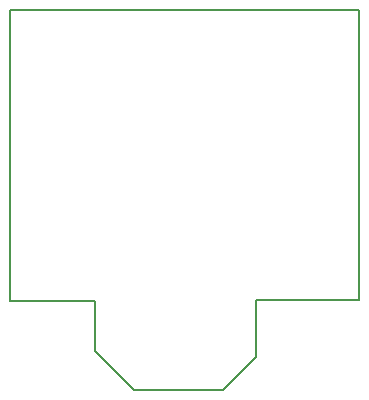
<source format=gm1>
G04 #@! TF.FileFunction,Profile,NP*
%FSLAX46Y46*%
G04 Gerber Fmt 4.6, Leading zero omitted, Abs format (unit mm)*
G04 Created by KiCad (PCBNEW 4.0.2-stable) date Sunday, September 04, 2016 'PMt' 11:12:12 PM*
%MOMM*%
G01*
G04 APERTURE LIST*
%ADD10C,0.100000*%
%ADD11C,0.150000*%
G04 APERTURE END LIST*
D10*
D11*
X157734000Y-135636000D02*
X157734000Y-135509000D01*
X148971000Y-135636000D02*
X157734000Y-135636000D01*
X148971000Y-140462000D02*
X148971000Y-135636000D01*
X146177000Y-143256000D02*
X148971000Y-140462000D01*
X138684000Y-143256000D02*
X146177000Y-143256000D01*
X135382000Y-139954000D02*
X138684000Y-143256000D01*
X135382000Y-135763000D02*
X135382000Y-139954000D01*
X128143000Y-135763000D02*
X135382000Y-135763000D01*
X157734000Y-111125000D02*
X157480000Y-111125000D01*
X157734000Y-135636000D02*
X157734000Y-111125000D01*
X128143000Y-111125000D02*
X128143000Y-135636000D01*
X157480000Y-111125000D02*
X128143000Y-111125000D01*
M02*

</source>
